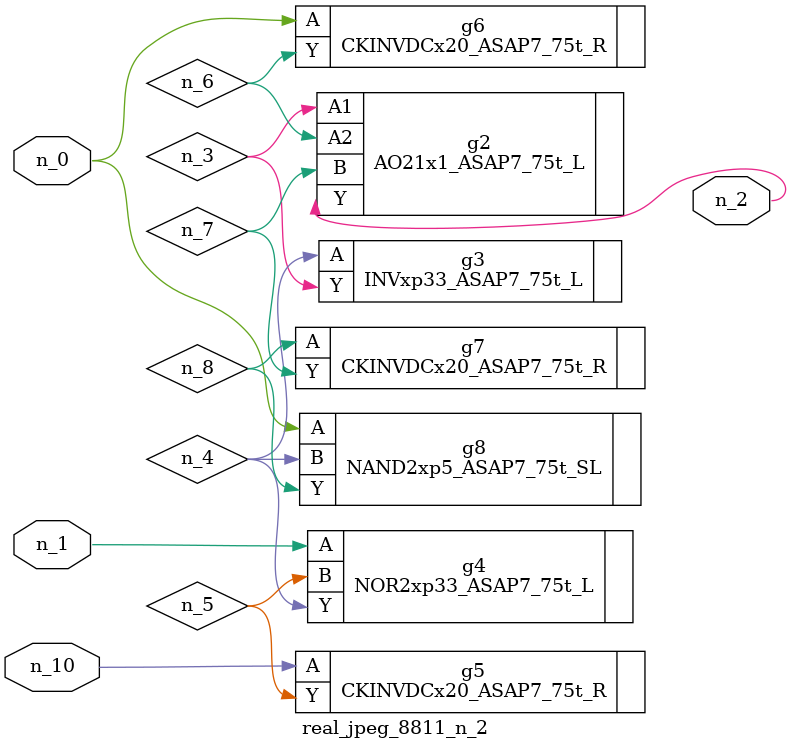
<source format=v>
module real_jpeg_8811_n_2 (n_1, n_10, n_0, n_2);

input n_1;
input n_10;
input n_0;

output n_2;

wire n_5;
wire n_4;
wire n_8;
wire n_6;
wire n_7;
wire n_3;

CKINVDCx20_ASAP7_75t_R g6 ( 
.A(n_0),
.Y(n_6)
);

NAND2xp5_ASAP7_75t_SL g8 ( 
.A(n_0),
.B(n_4),
.Y(n_8)
);

NOR2xp33_ASAP7_75t_L g4 ( 
.A(n_1),
.B(n_5),
.Y(n_4)
);

AO21x1_ASAP7_75t_L g2 ( 
.A1(n_3),
.A2(n_6),
.B(n_7),
.Y(n_2)
);

INVxp33_ASAP7_75t_L g3 ( 
.A(n_4),
.Y(n_3)
);

CKINVDCx20_ASAP7_75t_R g7 ( 
.A(n_8),
.Y(n_7)
);

CKINVDCx20_ASAP7_75t_R g5 ( 
.A(n_10),
.Y(n_5)
);


endmodule
</source>
